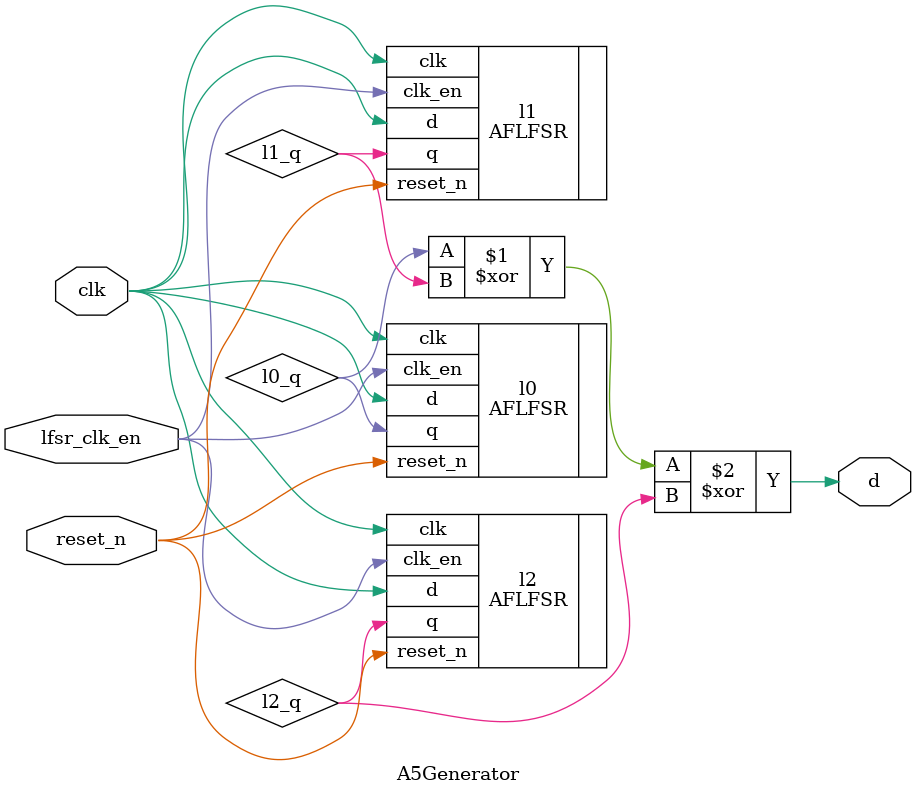
<source format=v>
module A5Generator(
    input wire clk,
    input wire reset_n,
    input wire lfsr_clk_en,
    output wire d
);

wire l0_q;
wire l1_q;
wire l2_q;

assign d = l0_q ^ l1_q ^ l2_q;

AFLFSR #(
    .num_bits(19),
    .num_taps(4),
    .tap_bits(19'b111_0010_0000_0000_0000),
    .clock_bit(19'b000_0000_0001_0000_0000)
) l0 (
    .clk(clk),
    .reset_n(reset_n),
    .clk_en(lfsr_clk_en),
    .d(clk),
    .q(l0_q)
);

AFLFSR #(
    .num_bits(22),
    .num_taps(4),
    .tap_bits(22'b11_0000_0000_0000_0000_0000),
    .clock_bit(22'b00_0000_0000_0100_0000_0000)
) l1 (
    .clk(clk),
    .reset_n(reset_n),
    .clk_en(lfsr_clk_en),
    .d(clk),
    .q(l1_q)
);

AFLFSR #(
    .num_bits(23),
    .num_taps(4),
    .tap_bits(23'b000_0000_0000_0000_1000_0000),
    .clock_bit(23'b111_0000_0000_0100_0000_0000)
) l2 (
    .clk(clk),
    .reset_n(reset_n),
    .clk_en(lfsr_clk_en),
    .d(clk),
    .q(l2_q)
);

endmodule
</source>
